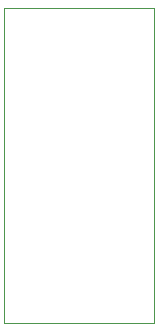
<source format=gbr>
%TF.GenerationSoftware,KiCad,Pcbnew,6.0.2+dfsg-1*%
%TF.CreationDate,2022-12-19T10:39:51-05:00*%
%TF.ProjectId,mosfet-test-board,6d6f7366-6574-42d7-9465-73742d626f61,rev?*%
%TF.SameCoordinates,Original*%
%TF.FileFunction,Profile,NP*%
%FSLAX46Y46*%
G04 Gerber Fmt 4.6, Leading zero omitted, Abs format (unit mm)*
G04 Created by KiCad (PCBNEW 6.0.2+dfsg-1) date 2022-12-19 10:39:51*
%MOMM*%
%LPD*%
G01*
G04 APERTURE LIST*
%TA.AperFunction,Profile*%
%ADD10C,0.100000*%
%TD*%
G04 APERTURE END LIST*
D10*
X62865000Y-63500000D02*
X75565000Y-63500000D01*
X75565000Y-63500000D02*
X75565000Y-90170000D01*
X75565000Y-90170000D02*
X62865000Y-90170000D01*
X62865000Y-90170000D02*
X62865000Y-63500000D01*
M02*

</source>
